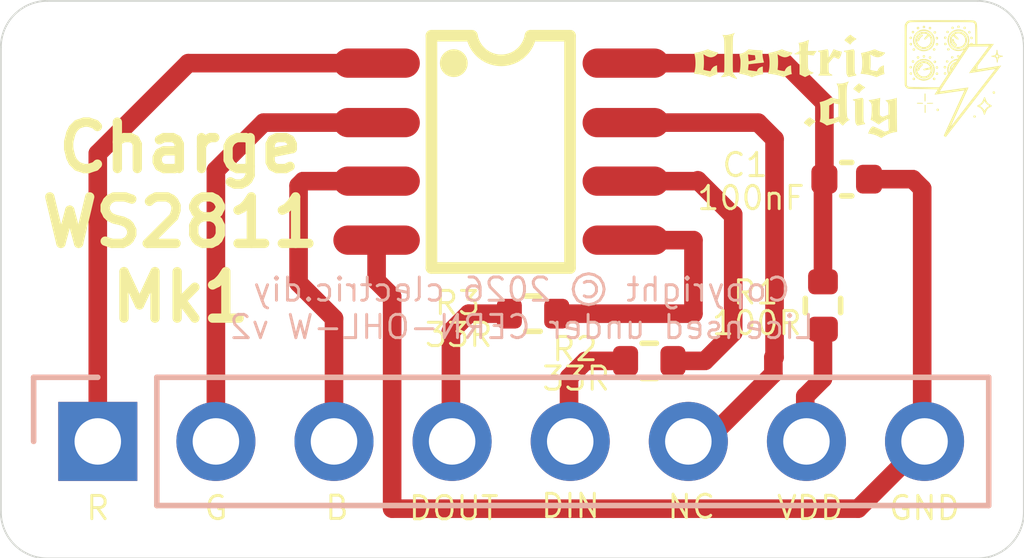
<source format=kicad_pcb>
(kicad_pcb (version 20241229) (generator "pcbnew") (generator_version "9.0")
  (title_block (title "Charge WS2811") (date "2026-02-20") (rev "Mk1") (company "clectric.diy") (comment 1 "Copyright © 2026 clectric.diy Licensed under CERN-OHL-W v2") (comment 2 "Charles H. Leggett"))
  (layers (0 "F.Cu" signal "Front") (2 "B.Cu" signal "Back") (13 "F.Paste" user) (15 "B.Paste" user) (5 "F.SilkS" user "F.Silkscreen") (7 "B.SilkS" user "B.Silkscreen") (1 "F.Mask" user) (3 "B.Mask" user) (25 "Edge.Cuts" user))
  (net 0 "")
  (net 1 "OUTG")
  (net 2 "DOUT")
  (net 3 "OUTR")
  (net 4 "VDD")
  (net 5 "GND")
  (net 6 "NC")
  (net 7 "OUTB")
  (net 8 "DIN")
  (footprint "Capacitor_SMD:C_0402_1005Metric" (layer "F.Cu") (at 109.6822 85.086598 180)
    (property "Reference" "C1" (at 2.187 0.3048 0) (layer "F.SilkS") (effects (font (size 0.5 0.5) (thickness 0.0625))))
    (property "Value" "100nF" (at 2.06 -0.4064 0) (layer "F.SilkS") (effects (font (size 0.5 0.5) (thickness 0.0625))))
    (pad "1" smd roundrect (at -0.48 0 180) (size 0.56 0.62) (layers "F.Cu" "F.Mask" "F.Paste") (net 5 "GND"))
    (pad "2" smd roundrect (at 0.48 0 180) (size 0.56 0.62) (layers "F.Cu" "F.Mask" "F.Paste") (net 4 "VDD"))
  )
  (footprint "LOGO" (layer "F.Cu") (at 109.694898 82.892385)
    (property "Reference" "G***" (hide yes))
    (property "Value" "LOGO" (hide yes))
  )
  (footprint "clectric-diy:SOP-8_L4.9-W3.9-P1.27-LS6.0-BL" (layer "F.Cu") (at 102.252 84.499 -90)
    (property "Reference" "U1" (hide yes))
    (property "Value" "WS2811" (hide yes))
    (pad "1" smd oval (at -1.91 2.68 270) (size 0.63 1.86) (layers "F.Cu" "F.Mask" "F.Paste") (net 3 "OUTR"))
    (pad "2" smd oval (at -0.63 2.68 270) (size 0.63 1.86) (layers "F.Cu" "F.Mask" "F.Paste") (net 1 "OUTG"))
    (pad "3" smd oval (at 0.63 2.68 270) (size 0.63 1.86) (layers "F.Cu" "F.Mask" "F.Paste") (net 7 "OUTB"))
    (pad "4" smd oval (at 1.9 2.68 270) (size 0.63 1.86) (layers "F.Cu" "F.Mask" "F.Paste") (net 5 "GND"))
    (pad "5" smd oval (at 1.9 -2.68 270) (size 0.63 1.86) (layers "F.Cu" "F.Mask" "F.Paste") (net 2 "DOUT"))
    (pad "6" smd oval (at 0.63 -2.68 270) (size 0.63 1.86) (layers "F.Cu" "F.Mask" "F.Paste") (net 8 "DIN"))
    (pad "7" smd oval (at -0.63 -2.68 270) (size 0.63 1.86) (layers "F.Cu" "F.Mask" "F.Paste") (net 6 "NC"))
    (pad "8" smd oval (at -1.91 -2.68 270) (size 0.63 1.86) (layers "F.Cu" "F.Mask" "F.Paste") (net 4 "VDD"))
  )
  (footprint "Resistor_SMD:R_0402_1005Metric" (layer "F.Cu") (at 105.4358 88.998198)
    (property "Reference" "R2" (at -1.5982 -0.254 0) (layer "F.SilkS") (effects (font (size 0.5 0.5) (thickness 0.0625))))
    (property "Value" "33R" (at -1.5728 0.381 0) (layer "F.SilkS") (effects (font (size 0.5 0.5) (thickness 0.0625))))
    (pad "1" smd roundrect (at -0.51 0) (size 0.54 0.64) (layers "F.Cu" "F.Mask" "F.Paste") (net 8 "DIN"))
    (pad "2" smd roundrect (at 0.51 0) (size 0.54 0.64) (layers "F.Cu" "F.Mask" "F.Paste") (net 8 "DIN"))
  )
  (footprint "Resistor_SMD:R_0402_1005Metric" (layer "F.Cu") (at 109.1716 87.806398 -90)
    (property "Reference" "R1" (at -0.2814 1.4478 180) (layer "F.SilkS") (effects (font (size 0.5 0.5) (thickness 0.0625))))
    (property "Value" "100R" (at 0.379 1.4224 180) (layer "F.SilkS") (effects (font (size 0.5 0.5) (thickness 0.0625))))
    (pad "1" smd roundrect (at -0.51 0 270) (size 0.54 0.64) (layers "F.Cu" "F.Mask" "F.Paste") (net 4 "VDD"))
    (pad "2" smd roundrect (at 0.51 0 270) (size 0.54 0.64) (layers "F.Cu" "F.Mask" "F.Paste") (net 4 "VDD"))
  )
  (footprint "Resistor_SMD:R_0402_1005Metric" (layer "F.Cu") (at 102.936 87.981598)
    (property "Reference" "R3" (at -1.6236 -0.2286 0) (layer "F.SilkS") (effects (font (size 0.5 0.5) (thickness 0.0625))))
    (property "Value" "33R" (at -1.5982 0.4572 180) (layer "F.SilkS") (effects (font (size 0.5 0.5) (thickness 0.0625))))
    (pad "1" smd roundrect (at -0.51 0) (size 0.54 0.64) (layers "F.Cu" "F.Mask" "F.Paste") (net 2 "DOUT"))
    (pad "2" smd roundrect (at 0.51 0) (size 0.54 0.64) (layers "F.Cu" "F.Mask" "F.Paste") (net 2 "DOUT"))
  )
  (footprint "Connector_PinHeader_2.54mm:PinHeader_1x08_P2.54mm_Vertical" (layer "B.Cu") (at 93.576 90.731598 -90)
    (property "Reference" "J1" (hide yes))
    (property "Value" "Conn_01x08_Pin")
    (pad "1" thru_hole rect (at 0 0 270) (size 1.7 1.7) (drill 1) (layers "*.Cu" "*.Mask") (net 3 "OUTR"))
    (pad "2" thru_hole circle (at 0 -2.54 270) (size 1.7 1.7) (drill 1) (layers "*.Cu" "*.Mask") (net 1 "OUTG"))
    (pad "3" thru_hole circle (at 0 -5.08 270) (size 1.7 1.7) (drill 1) (layers "*.Cu" "*.Mask") (net 7 "OUTB"))
    (pad "4" thru_hole circle (at 0 -7.62 270) (size 1.7 1.7) (drill 1) (layers "*.Cu" "*.Mask") (net 2 "DOUT"))
    (pad "5" thru_hole circle (at 0 -10.16 270) (size 1.7 1.7) (drill 1) (layers "*.Cu" "*.Mask") (net 8 "DIN"))
    (pad "6" thru_hole circle (at 0 -12.7 270) (size 1.7 1.7) (drill 1) (layers "*.Cu" "*.Mask") (net 6 "NC"))
    (pad "7" thru_hole circle (at 0 -15.24 270) (size 1.7 1.7) (drill 1) (layers "*.Cu" "*.Mask") (net 4 "VDD"))
    (pad "8" thru_hole circle (at 0 -17.78 270) (size 1.7 1.7) (drill 1) (layers "*.Cu" "*.Mask") (net 5 "GND"))
  )
  (gr_line (start 112.492 93.249) (end 92.492 93.249) (stroke (width 0.0381)) (layer "Edge.Cuts"))
  (gr_line (start 113.492 82.249) (end 113.492 92.249) (stroke (width 0.0381)) (layer "Edge.Cuts"))
  (gr_arc (start 91.492 82.249) (mid 91.784893 81.541893) (end 92.492 81.249) (stroke (width 0.0381)) (layer "Edge.Cuts"))
  (gr_arc (start 112.492 81.249) (mid 113.199107 81.541893) (end 113.492 82.249) (stroke (width 0.0381)) (layer "Edge.Cuts"))
  (gr_line (start 91.492 92.249) (end 91.492 82.249) (stroke (width 0.0381)) (layer "Edge.Cuts"))
  (gr_arc (start 92.492 93.249) (mid 91.784893 92.956107) (end 91.492 92.249) (stroke (width 0.0381)) (layer "Edge.Cuts"))
  (gr_line (start 92.492 81.249) (end 112.492 81.249) (stroke (width 0.0381)) (layer "Edge.Cuts"))
  (gr_arc (start 113.492 92.249) (mid 113.199107 92.956107) (end 112.492 93.249) (stroke (width 0.0381)) (layer "Edge.Cuts"))
  (gr_text "G" (at 96.4096 92.458598 0) (layer "F.SilkS") (effects (font (size 0.5 0.5) (thickness 0.0625)) (justify right bottom)))
  (gr_text "Charge\nWS2811\nMk1" (at 95.354 88.210798 0) (layer "F.SilkS") (effects (font (size 1 1) (thickness 0.2) (bold yes)) (justify bottom)))
  (gr_text "DIN" (at 104.4136 92.412598 0) (layer "F.SilkS") (effects (font (size 0.5 0.5) (thickness 0.0625)) (justify right bottom)))
  (gr_text "DOUT" (at 102.236 92.461598 0) (layer "F.SilkS") (effects (font (size 0.5 0.5) (thickness 0.0625)) (justify right bottom)))
  (gr_text "GND" (at 112.1576 92.458598 0) (layer "F.SilkS") (effects (font (size 0.5 0.5) (thickness 0.0625)) (justify right bottom)))
  (gr_text "B" (at 99.0116 92.452598 0) (layer "F.SilkS") (effects (font (size 0.5 0.5) (thickness 0.0625)) (justify right bottom)))
  (gr_text "VDD" (at 109.6516 92.455196 0) (layer "F.SilkS") (effects (font (size 0.5 0.5) (thickness 0.0625)) (justify right bottom)))
  (gr_text "R" (at 93.8696 92.458598 0) (layer "F.SilkS") (effects (font (size 0.5 0.5) (thickness 0.0625)) (justify right bottom)))
  (gr_text "NC" (at 106.8936 92.432598 0) (layer "F.SilkS") (effects (font (size 0.5 0.5) (thickness 0.0625)) (justify right bottom)))
  (gr_text "Copyright © 2026 clectric.diy\nLicensed under CERN-OHL-W v2" (at 102.692 88.561598 0) (layer "B.SilkS") (effects (font (size 0.5 0.5) (thickness 0.0625)) (justify bottom mirror)))
  (segment (start 97.142 83.869) (end 96.116 84.895) (width 0.4) (layer "F.Cu") (net 1))
  (segment (start 99.572 83.869) (end 97.142 83.869) (width 0.4) (layer "F.Cu") (net 1))
  (segment (start 96.116 84.895) (end 96.116 90.59) (width 0.4) (layer "F.Cu") (net 1))
  (segment (start 101.1706 88.363198) (end 101.1706 90.776198) (width 0.4) (layer "F.Cu") (net 2))
  (segment (start 106.386 87.982198) (end 103.4566 87.982198) (width 0.4) (layer "F.Cu") (net 2))
  (segment (start 106.386 86.399) (end 106.386 87.982198) (width 0.4) (layer "F.Cu") (net 2))
  (segment (start 104.932 86.399) (end 106.386 86.399) (width 0.4) (layer "F.Cu") (net 2))
  (segment (start 102.4366 87.982198) (end 101.5516 87.982198) (width 0.4) (layer "F.Cu") (net 2))
  (segment (start 101.5516 87.982198) (end 101.1706 88.363198) (width 0.4) (layer "F.Cu") (net 2))
  (segment (start 99.572 82.589) (end 95.522 82.589) (width 0.4) (layer "F.Cu") (net 3))
  (segment (start 93.576 84.535) (end 93.576 90.59) (width 0.4) (layer "F.Cu") (net 3))
  (segment (start 95.522 82.589) (end 93.576 84.535) (width 0.4) (layer "F.Cu") (net 3))
  (segment (start 104.932 82.589) (end 108.350402 82.589) (width 0.4) (layer "F.Cu") (net 4))
  (segment (start 108.7906 89.760198) (end 109.1716 89.379198) (width 0.4) (layer "F.Cu") (net 4))
  (segment (start 108.350402 82.589) (end 109.2022 83.440798) (width 0.4) (layer "F.Cu") (net 4))
  (segment (start 109.1716 89.379198) (end 109.1716 88.316398) (width 0.4) (layer "F.Cu") (net 4))
  (segment (start 108.7906 90.776198) (end 108.7906 89.760198) (width 0.4) (layer "F.Cu") (net 4))
  (segment (start 109.2022 83.440798) (end 109.2022 85.086598) (width 0.4) (layer "F.Cu") (net 4))
  (segment (start 109.1716 87.296398) (end 109.1716 85.117198) (width 0.4) (layer "F.Cu") (net 4))
  (segment (start 109.1716 85.117198) (end 109.2022 85.086598) (width 0.4) (layer "F.Cu") (net 4))
  (segment (start 99.906 92.179) (end 109.927798 92.179) (width 0.4) (layer "F.Cu") (net 5))
  (segment (start 111.3052 90.750798) (end 111.3306 90.776198) (width 0.4) (layer "F.Cu") (net 5))
  (segment (start 99.906 92.179) (end 99.906 87.611598) (width 0.4) (layer "F.Cu") (net 5))
  (segment (start 111.102 85.086598) (end 111.3052 85.289798) (width 0.4) (layer "F.Cu") (net 5))
  (segment (start 111.3052 85.289798) (end 111.3052 90.750798) (width 0.4) (layer "F.Cu") (net 5))
  (segment (start 109.927798 92.179) (end 111.3306 90.776198) (width 0.4) (layer "F.Cu") (net 5))
  (segment (start 99.906 87.611598) (end 99.572 87.277598) (width 0.4) (layer "F.Cu") (net 5))
  (segment (start 99.572 87.277598) (end 99.572 86.399) (width 0.4) (layer "F.Cu") (net 5))
  (segment (start 110.1622 85.086598) (end 111.102 85.086598) (width 0.4) (layer "F.Cu") (net 5))
  (segment (start 111.3306 90.776198) (end 111.3214 90.776198) (width 0.4) (layer "B.Cu") (net 5))
  (segment (start 108.1048 88.921998) (end 108.1048 89.277598) (width 0.4) (layer "F.Cu") (net 6))
  (segment (start 106.6062 90.776198) (end 106.2506 90.776198) (width 0.4) (layer "F.Cu") (net 6))
  (segment (start 108.1302 84.222998) (end 108.1302 88.921998) (width 0.4) (layer "F.Cu") (net 6))
  (segment (start 107.776202 83.869) (end 108.1302 84.222998) (width 0.4) (layer "F.Cu") (net 6))
  (segment (start 108.1302 88.921998) (end 108.1048 88.921998) (width 0.4) (layer "F.Cu") (net 6))
  (segment (start 104.932 83.869) (end 107.776202 83.869) (width 0.4) (layer "F.Cu") (net 6))
  (segment (start 108.1048 89.277598) (end 106.6062 90.776198) (width 0.4) (layer "F.Cu") (net 6))
  (segment (start 97.894 87.321798) (end 97.894 85.227) (width 0.4) (layer "F.Cu") (net 7))
  (segment (start 98.656 88.083798) (end 97.894 87.321798) (width 0.4) (layer "F.Cu") (net 7))
  (segment (start 97.992 85.129) (end 99.572 85.129) (width 0.4) (layer "F.Cu") (net 7))
  (segment (start 97.894 85.227) (end 97.992 85.129) (width 0.4) (layer "F.Cu") (net 7))
  (segment (start 98.656 90.59) (end 98.656 88.083798) (width 0.4) (layer "F.Cu") (net 7))
  (segment (start 106.6316 88.998198) (end 105.9458 88.998198) (width 0.4) (layer "F.Cu") (net 8))
  (segment (start 107.2412 85.848598) (end 107.2412 88.388598) (width 0.4) (layer "F.Cu") (net 8))
  (segment (start 107.2158 85.848598) (end 107.2412 85.848598) (width 0.4) (layer "F.Cu") (net 8))
  (segment (start 103.7106 89.353798) (end 103.7106 90.776198) (width 0.4) (layer "F.Cu") (net 8))
  (segment (start 106.4792 85.111998) (end 107.2158 85.848598) (width 0.4) (layer "F.Cu") (net 8))
  (segment (start 107.2412 88.388598) (end 106.6316 88.998198) (width 0.4) (layer "F.Cu") (net 8))
  (segment (start 104.0662 88.998198) (end 103.7106 89.353798) (width 0.4) (layer "F.Cu") (net 8))
  (segment (start 106.462198 85.129) (end 106.4792 85.111998) (width 0.4) (layer "F.Cu") (net 8))
  (segment (start 104.932 85.129) (end 106.462198 85.129) (width 0.4) (layer "F.Cu") (net 8))
  (segment (start 104.9258 88.998198) (end 104.0662 88.998198) (width 0.4) (layer "F.Cu") (net 8))
)
</source>
